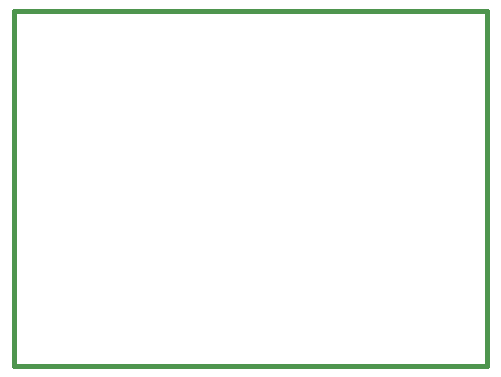
<source format=gbr>
G04 (created by PCBNEW-RS274X (2012-01-19 BZR 3256)-stable) date 25/11/2012 15:42:30*
G01*
G70*
G90*
%MOIN*%
G04 Gerber Fmt 3.4, Leading zero omitted, Abs format*
%FSLAX34Y34*%
G04 APERTURE LIST*
%ADD10C,0.006000*%
%ADD11C,0.015000*%
G04 APERTURE END LIST*
G54D10*
G54D11*
X56300Y-50787D02*
X72047Y-50787D01*
X56300Y-38976D02*
X56300Y-50787D01*
X56299Y-38976D02*
X72047Y-38976D01*
X72047Y-38976D02*
X72047Y-50787D01*
M02*

</source>
